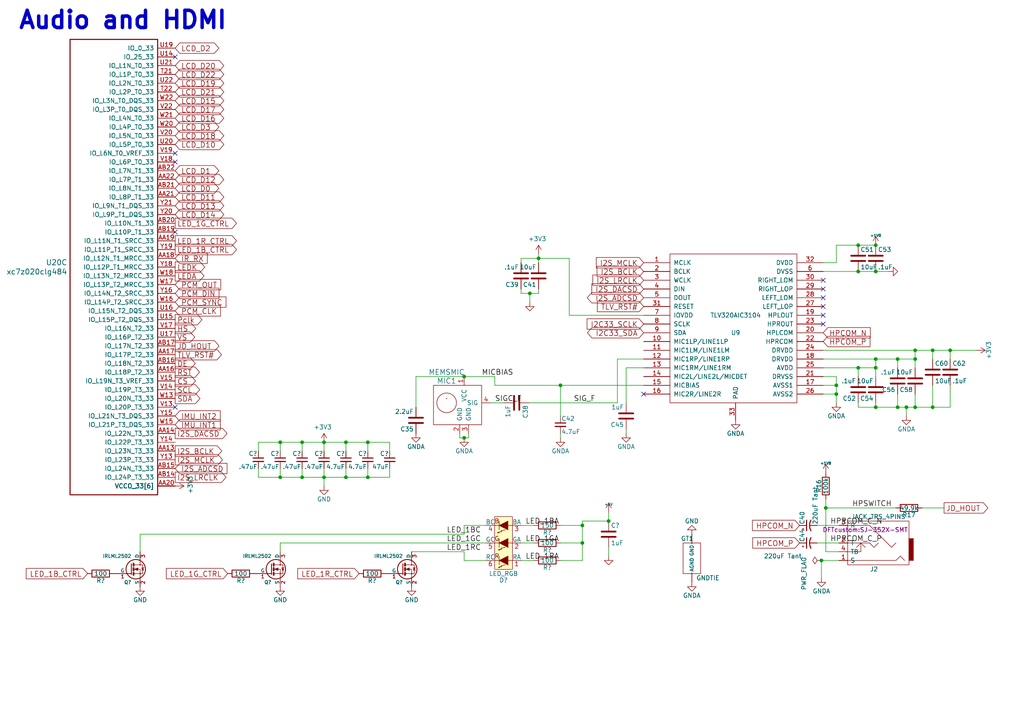
<source format=kicad_sch>
(kicad_sch (version 20230121) (generator eeschema)
  (paper "A4")
  (junction (at 100.33 128.27))
  (junction (at 242.57 114.3))
  (junction (at 87.63 128.27))
  (junction (at 134.62 127))
  (junction (at 239.522 147.32))
  (junction (at 248.92 106.68))
  (junction (at 156.21 74.93))
  (junction (at 81.28 138.43))
  (junction (at 176.53 151.13))
  (junction (at 254 106.68))
  (junction (at 270.51 118.11))
  (junction (at 81.28 128.27))
  (junction (at 106.68 138.43))
  (junction (at 265.43 101.6))
  (junction (at 254 104.14))
  (junction (at 93.98 138.43))
  (junction (at 134.62 109.22))
  (junction (at 93.98 128.27))
  (junction (at 87.63 138.43))
  (junction (at 168.91 152.4))
  (junction (at 106.68 128.27))
  (junction (at 100.33 138.43))
  (junction (at 260.35 118.11))
  (junction (at 260.35 104.14))
  (junction (at 248.92 78.74))
  (junction (at 262.89 118.11))
  (junction (at 153.67 85.09))
  (junction (at 275.59 101.6))
  (junction (at 254 118.11))
  (junction (at 248.92 71.12))
  (junction (at 270.51 101.6))
  (junction (at 168.91 157.48))
  (junction (at 265.43 118.11))
  (junction (at 254 71.12))
  (junction (at 242.57 111.76))
  (junction (at 254 78.74))
  (junction (at 162.56 111.76))
  (junction (at 238.252 162.56))
  (junction (at 265.43 104.14))
  (no_connect (at 238.76 86.36))
  (no_connect (at 50.8 118.11))
  (no_connect (at 238.76 93.98))
  (no_connect (at 50.8 44.45))
  (no_connect (at 238.76 83.82))
  (no_connect (at 186.69 114.3))
  (no_connect (at 238.76 91.44))
  (no_connect (at 50.8 67.31))
  (no_connect (at 50.8 46.99))
  (no_connect (at 50.8 16.51))
  (no_connect (at 238.76 81.28))
  (no_connect (at 238.76 88.9))
  (wire (pts (xy 113.03 130.81) (xy 113.03 128.27)))
  (wire (pts (xy 120.65 109.22) (xy 120.65 118.11)))
  (wire (pts (xy 243.332 157.48) (xy 236.982 157.48)))
  (wire (pts (xy 156.21 74.93) (xy 165.1 74.93)))
  (wire (pts (xy 81.28 138.43) (xy 74.93 138.43)))
  (wire (pts (xy 265.43 101.6) (xy 270.51 101.6)))
  (wire (pts (xy 162.56 125.73) (xy 162.56 127)))
  (wire (pts (xy 179.07 116.84) (xy 153.67 116.84)))
  (wire (pts (xy 238.76 111.76) (xy 242.57 111.76)))
  (wire (pts (xy 93.98 138.43) (xy 93.98 140.97)))
  (wire (pts (xy 151.13 157.48) (xy 154.94 157.48)))
  (wire (pts (xy 248.92 78.74) (xy 254 78.74)))
  (wire (pts (xy 151.13 74.93) (xy 156.21 74.93)))
  (wire (pts (xy 93.98 128.27) (xy 93.98 130.81)))
  (wire (pts (xy 248.92 71.12) (xy 254 71.12)))
  (wire (pts (xy 236.982 152.4) (xy 243.332 152.4)))
  (wire (pts (xy 93.98 138.43) (xy 87.63 138.43)))
  (wire (pts (xy 242.57 114.3) (xy 242.57 116.84)))
  (wire (pts (xy 248.92 106.68) (xy 254 106.68)))
  (wire (pts (xy 151.13 152.4) (xy 154.94 152.4)))
  (wire (pts (xy 238.76 109.22) (xy 242.57 109.22)))
  (wire (pts (xy 176.53 148.59) (xy 176.53 151.13)))
  (wire (pts (xy 134.62 109.22) (xy 120.65 109.22)))
  (wire (pts (xy 242.57 109.22) (xy 242.57 111.76)))
  (wire (pts (xy 176.53 151.13) (xy 168.91 151.13)))
  (wire (pts (xy 106.68 128.27) (xy 100.33 128.27)))
  (wire (pts (xy 113.03 138.43) (xy 106.68 138.43)))
  (wire (pts (xy 134.62 162.56) (xy 140.97 162.56)))
  (wire (pts (xy 100.33 128.27) (xy 93.98 128.27)))
  (wire (pts (xy 238.252 162.56) (xy 243.332 162.56)))
  (wire (pts (xy 239.522 147.32) (xy 259.842 147.32)))
  (wire (pts (xy 265.43 114.3) (xy 265.43 118.11)))
  (wire (pts (xy 81.28 130.81) (xy 81.28 128.27)))
  (wire (pts (xy 239.522 160.02) (xy 243.332 160.02)))
  (wire (pts (xy 238.76 104.14) (xy 254 104.14)))
  (wire (pts (xy 168.91 151.13) (xy 168.91 152.4)))
  (wire (pts (xy 239.522 147.32) (xy 239.522 160.02)))
  (wire (pts (xy 270.51 101.6) (xy 270.51 104.14)))
  (wire (pts (xy 260.35 114.3) (xy 260.35 118.11)))
  (wire (pts (xy 87.63 128.27) (xy 81.28 128.27)))
  (wire (pts (xy 151.13 85.09) (xy 153.67 85.09)))
  (wire (pts (xy 106.68 128.27) (xy 106.68 130.81)))
  (wire (pts (xy 176.53 158.75) (xy 176.53 161.29)))
  (wire (pts (xy 106.68 138.43) (xy 100.33 138.43)))
  (wire (pts (xy 142.24 116.84) (xy 146.05 116.84)))
  (wire (pts (xy 87.63 138.43) (xy 81.28 138.43)))
  (wire (pts (xy 81.28 128.27) (xy 74.93 128.27)))
  (wire (pts (xy 265.43 118.11) (xy 270.51 118.11)))
  (wire (pts (xy 165.1 91.44) (xy 165.1 74.93)))
  (wire (pts (xy 270.51 101.6) (xy 275.59 101.6)))
  (wire (pts (xy 248.92 118.11) (xy 254 118.11)))
  (wire (pts (xy 93.98 128.27) (xy 87.63 128.27)))
  (wire (pts (xy 162.56 111.76) (xy 186.69 111.76)))
  (wire (pts (xy 153.67 85.09) (xy 156.21 85.09)))
  (wire (pts (xy 143.51 109.22) (xy 134.62 109.22)))
  (wire (pts (xy 260.35 104.14) (xy 265.43 104.14)))
  (wire (pts (xy 181.61 124.46) (xy 181.61 125.73)))
  (wire (pts (xy 74.93 128.27) (xy 74.93 130.81)))
  (wire (pts (xy 168.91 162.56) (xy 162.56 162.56)))
  (wire (pts (xy 242.57 76.2) (xy 242.57 71.12)))
  (wire (pts (xy 239.522 144.78) (xy 239.522 147.32)))
  (wire (pts (xy 238.76 101.6) (xy 265.43 101.6)))
  (wire (pts (xy 134.62 160.02) (xy 119.38 160.02)))
  (wire (pts (xy 81.28 160.02) (xy 81.28 157.48)))
  (wire (pts (xy 168.91 152.4) (xy 168.91 157.48)))
  (wire (pts (xy 74.93 138.43) (xy 74.93 135.89)))
  (wire (pts (xy 143.51 111.76) (xy 162.56 111.76)))
  (wire (pts (xy 156.21 85.09) (xy 156.21 83.82)))
  (wire (pts (xy 242.57 71.12) (xy 248.92 71.12)))
  (wire (pts (xy 181.61 106.68) (xy 181.61 116.84)))
  (wire (pts (xy 100.33 138.43) (xy 93.98 138.43)))
  (wire (pts (xy 134.62 152.4) (xy 140.97 152.4)))
  (wire (pts (xy 267.462 147.32) (xy 273.812 147.32)))
  (wire (pts (xy 248.92 106.68) (xy 248.92 109.22)))
  (wire (pts (xy 262.89 118.11) (xy 262.89 120.65)))
  (wire (pts (xy 156.21 73.66) (xy 156.21 74.93)))
  (wire (pts (xy 254 104.14) (xy 254 106.68)))
  (wire (pts (xy 270.51 118.11) (xy 275.59 118.11)))
  (wire (pts (xy 254 106.68) (xy 254 109.22)))
  (wire (pts (xy 238.76 76.2) (xy 242.57 76.2)))
  (wire (pts (xy 151.13 76.2) (xy 151.13 74.93)))
  (wire (pts (xy 238.76 78.74) (xy 248.92 78.74)))
  (wire (pts (xy 242.57 111.76) (xy 242.57 114.3)))
  (wire (pts (xy 151.13 162.56) (xy 154.94 162.56)))
  (wire (pts (xy 134.62 127) (xy 135.89 127)))
  (wire (pts (xy 40.64 154.94) (xy 134.62 154.94)))
  (wire (pts (xy 153.67 87.63) (xy 153.67 85.09)))
  (wire (pts (xy 168.91 157.48) (xy 168.91 162.56)))
  (wire (pts (xy 254 118.11) (xy 260.35 118.11)))
  (wire (pts (xy 275.59 118.11) (xy 275.59 111.76)))
  (wire (pts (xy 162.56 157.48) (xy 168.91 157.48)))
  (wire (pts (xy 87.63 135.89) (xy 87.63 138.43)))
  (wire (pts (xy 238.76 114.3) (xy 242.57 114.3)))
  (wire (pts (xy 179.07 104.14) (xy 186.69 104.14)))
  (wire (pts (xy 134.62 162.56) (xy 134.62 160.02)))
  (wire (pts (xy 238.76 106.68) (xy 248.92 106.68)))
  (wire (pts (xy 162.56 111.76) (xy 162.56 120.65)))
  (wire (pts (xy 260.35 118.11) (xy 262.89 118.11)))
  (wire (pts (xy 254 104.14) (xy 260.35 104.14)))
  (wire (pts (xy 265.43 104.14) (xy 265.43 106.68)))
  (wire (pts (xy 254 118.11) (xy 254 116.84)))
  (wire (pts (xy 113.03 138.43) (xy 113.03 135.89)))
  (wire (pts (xy 179.07 104.14) (xy 179.07 116.84)))
  (wire (pts (xy 100.33 135.89) (xy 100.33 138.43)))
  (wire (pts (xy 106.68 135.89) (xy 106.68 138.43)))
  (wire (pts (xy 162.56 152.4) (xy 168.91 152.4)))
  (wire (pts (xy 254 78.74) (xy 257.81 78.74)))
  (wire (pts (xy 156.21 74.93) (xy 156.21 76.2)))
  (wire (pts (xy 248.92 118.11) (xy 248.92 116.84)))
  (wire (pts (xy 260.35 104.14) (xy 260.35 106.68)))
  (wire (pts (xy 275.59 101.6) (xy 283.21 101.6)))
  (wire (pts (xy 265.43 101.6) (xy 265.43 104.14)))
  (wire (pts (xy 113.03 128.27) (xy 106.68 128.27)))
  (wire (pts (xy 81.28 135.89) (xy 81.28 138.43)))
  (wire (pts (xy 135.89 127) (xy 135.89 125.73)))
  (wire (pts (xy 133.35 127) (xy 134.62 127)))
  (wire (pts (xy 133.35 125.73) (xy 133.35 127)))
  (wire (pts (xy 270.51 111.76) (xy 270.51 118.11)))
  (wire (pts (xy 87.63 128.27) (xy 87.63 130.81)))
  (wire (pts (xy 262.89 118.11) (xy 265.43 118.11)))
  (wire (pts (xy 40.64 154.94) (xy 40.64 160.02)))
  (wire (pts (xy 81.28 157.48) (xy 140.97 157.48)))
  (wire (pts (xy 151.13 83.82) (xy 151.13 85.09)))
  (wire (pts (xy 100.33 128.27) (xy 100.33 130.81)))
  (wire (pts (xy 186.69 91.44) (xy 165.1 91.44)))
  (wire (pts (xy 93.98 135.89) (xy 93.98 138.43)))
  (wire (pts (xy 186.69 106.68) (xy 181.61 106.68)))
  (wire (pts (xy 134.62 154.94) (xy 134.62 152.4)))
  (wire (pts (xy 238.252 162.56) (xy 238.252 167.64)))
  (wire (pts (xy 275.59 101.6) (xy 275.59 104.14)))
  (wire (pts (xy 143.51 111.76) (xy 143.51 109.22)))
  (text "Audio and HDMI" (at 5.08 8.89 0) (effects (font (size 5.0038 5.0038) (thickness 1.0008) bold) (justify left bottom)))
  (label "MICBIAS" (at 139.7 109.22 0) (effects (font (size 1.524 1.524))))
  (label "HPSWITCH" (at 247.142 147.32 0) (effects (font (size 1.524 1.524))))
  (label "LED_1RC" (at 129.54 160.02 0) (effects (font (size 1.524 1.524))))
  (label "LED_1RA" (at 152.4 162.56 0) (effects (font (size 1.524 1.524))))
  (label "LED_1BC" (at 129.54 154.94 0) (effects (font (size 1.524 1.524))))
  (label "HPRCOM_C_N" (at 240.792 152.4 0) (effects (font (size 1.524 1.524))))
  (label "SIG_F" (at 166.37 116.84 0) (effects (font (size 1.524 1.524))))
  (label "LED_1BA" (at 152.4 152.4 0) (effects (font (size 1.524 1.524))))
  (label "LED_1GA" (at 152.4 157.48 0) (effects (font (size 1.524 1.524))))
  (label "LED_1GC" (at 129.54 157.48 0) (effects (font (size 1.524 1.524))))
  (label "HPRCOM_C_P" (at 240.792 157.48 0) (effects (font (size 1.524 1.524))))
  (label "SIGC_F" (at 143.51 116.84 0) (effects (font (size 1.524 1.524))))
  (global_label "TLV_RST#" (shape output) (at 50.8 102.87 0) (effects (font (size 1.524 1.524))) (property "Intersheetrefs" "${INTERSHEET_REFS}" (effects hide)))
  (global_label "RST" (shape output) (at 50.8 107.95 0) (effects (font (size 1.524 1.524))) (property "Intersheetrefs" "${INTERSHEET_REFS}" (effects hide)))
  (global_label "I2S_DACSD" (shape output) (at 50.8 125.73 0) (effects (font (size 1.524 1.524))) (property "Intersheetrefs" "${INTERSHEET_REFS}" (effects hide)))
  (global_label "LEDA" (shape output) (at 50.8 80.01 0) (effects (font (size 1.524 1.524))) (property "Intersheetrefs" "${INTERSHEET_REFS}" (effects hide)))
  (global_label "Pclk" (shape output) (at 50.8 92.71 0) (effects (font (size 1.524 1.524))) (property "Intersheetrefs" "${INTERSHEET_REFS}" (effects hide)))
  (global_label "LCD_D13" (shape bidirectional) (at 50.8 59.69 0) (effects (font (size 1.524 1.524))) (property "Intersheetrefs" "${INTERSHEET_REFS}" (effects hide)))
  (global_label "HPCOM_P" (shape input) (at 231.902 157.48 180) (effects (font (size 1.524 1.524))) (property "Intersheetrefs" "${INTERSHEET_REFS}" (effects hide)))
  (global_label "LCD_D0" (shape bidirectional) (at 50.8 54.61 0) (effects (font (size 1.524 1.524))) (property "Intersheetrefs" "${INTERSHEET_REFS}" (effects hide)))
  (global_label "LCD_D20" (shape bidirectional) (at 50.8 19.05 0) (effects (font (size 1.524 1.524))) (property "Intersheetrefs" "${INTERSHEET_REFS}" (effects hide)))
  (global_label "LCD_D19" (shape bidirectional) (at 50.8 24.13 0) (effects (font (size 1.524 1.524))) (property "Intersheetrefs" "${INTERSHEET_REFS}" (effects hide)))
  (global_label "SDA" (shape output) (at 50.8 115.57 0) (effects (font (size 1.524 1.524))) (property "Intersheetrefs" "${INTERSHEET_REFS}" (effects hide)))
  (global_label "I2S_LRCLK" (shape input) (at 186.69 81.28 180) (effects (font (size 1.524 1.524))) (property "Intersheetrefs" "${INTERSHEET_REFS}" (effects hide)))
  (global_label "IR_RX" (shape input) (at 50.8 74.93 0) (effects (font (size 1.524 1.524))) (property "Intersheetrefs" "${INTERSHEET_REFS}" (effects hide)))
  (global_label "LCD_D1" (shape bidirectional) (at 50.8 49.53 0) (effects (font (size 1.524 1.524))) (property "Intersheetrefs" "${INTERSHEET_REFS}" (effects hide)))
  (global_label "LCD_D11" (shape bidirectional) (at 50.8 57.15 0) (effects (font (size 1.524 1.524))) (property "Intersheetrefs" "${INTERSHEET_REFS}" (effects hide)))
  (global_label "LED_1G_CTRL" (shape input) (at 66.04 166.37 180) (effects (font (size 1.524 1.524))) (property "Intersheetrefs" "${INTERSHEET_REFS}" (effects hide)))
  (global_label "LCD_D3" (shape bidirectional) (at 50.8 36.83 0) (effects (font (size 1.524 1.524))) (property "Intersheetrefs" "${INTERSHEET_REFS}" (effects hide)))
  (global_label "JD_HOUT" (shape output) (at 273.812 147.32 0) (effects (font (size 1.524 1.524))) (property "Intersheetrefs" "${INTERSHEET_REFS}" (effects hide)))
  (global_label "LCD_D18" (shape bidirectional) (at 50.8 39.37 0) (effects (font (size 1.524 1.524))) (property "Intersheetrefs" "${INTERSHEET_REFS}" (effects hide)))
  (global_label "I2S_BCLK" (shape output) (at 50.8 130.81 0) (effects (font (size 1.524 1.524))) (property "Intersheetrefs" "${INTERSHEET_REFS}" (effects hide)))
  (global_label "LED_1R_CTRL" (shape input) (at 104.14 166.37 180) (effects (font (size 1.524 1.524))) (property "Intersheetrefs" "${INTERSHEET_REFS}" (effects hide)))
  (global_label "JD_HOUT" (shape output) (at 50.8 100.33 0) (effects (font (size 1.524 1.524))) (property "Intersheetrefs" "${INTERSHEET_REFS}" (effects hide)))
  (global_label "TLV_RST#" (shape input) (at 186.69 88.9 180) (effects (font (size 1.524 1.524))) (property "Intersheetrefs" "${INTERSHEET_REFS}" (effects hide)))
  (global_label "HPCOM_N" (shape input) (at 231.902 152.4 180) (effects (font (size 1.524 1.524))) (property "Intersheetrefs" "${INTERSHEET_REFS}" (effects hide)))
  (global_label "I2C33_SDA" (shape bidirectional) (at 186.69 96.52 180) (effects (font (size 1.524 1.524))) (property "Intersheetrefs" "${INTERSHEET_REFS}" (effects hide)))
  (global_label "CS" (shape output) (at 50.8 110.49 0) (effects (font (size 1.524 1.524))) (property "Intersheetrefs" "${INTERSHEET_REFS}" (effects hide)))
  (global_label "LCD_D16" (shape bidirectional) (at 50.8 34.29 0) (effects (font (size 1.524 1.524))) (property "Intersheetrefs" "${INTERSHEET_REFS}" (effects hide)))
  (global_label "HPCOM_P" (shape input) (at 238.76 99.06 0) (effects (font (size 1.524 1.524))) (property "Intersheetrefs" "${INTERSHEET_REFS}" (effects hide)))
  (global_label "LCD_D12" (shape bidirectional) (at 50.8 52.07 0) (effects (font (size 1.524 1.524))) (property "Intersheetrefs" "${INTERSHEET_REFS}" (effects hide)))
  (global_label "LCD_D14" (shape bidirectional) (at 50.8 62.23 0) (effects (font (size 1.524 1.524))) (property "Intersheetrefs" "${INTERSHEET_REFS}" (effects hide)))
  (global_label "LCD_D10" (shape bidirectional) (at 50.8 41.91 0) (effects (font (size 1.524 1.524))) (property "Intersheetrefs" "${INTERSHEET_REFS}" (effects hide)))
  (global_label "LCD_D2" (shape bidirectional) (at 50.8 13.97 0) (effects (font (size 1.524 1.524))) (property "Intersheetrefs" "${INTERSHEET_REFS}" (effects hide)))
  (global_label "PCM_SYNC" (shape input) (at 50.8 87.63 0) (effects (font (size 1.524 1.524))) (property "Intersheetrefs" "${INTERSHEET_REFS}" (effects hide)))
  (global_label "PCM_DIN" (shape input) (at 50.8 85.09 0) (effects (font (size 1.524 1.524))) (property "Intersheetrefs" "${INTERSHEET_REFS}" (effects hide)))
  (global_label "PCM_CLK" (shape input) (at 50.8 90.17 0) (effects (font (size 1.524 1.524))) (property "Intersheetrefs" "${INTERSHEET_REFS}" (effects hide)))
  (global_label "LED_1G_CTRL" (shape output) (at 50.8 64.77 0) (effects (font (size 1.524 1.524))) (property "Intersheetrefs" "${INTERSHEET_REFS}" (effects hide)))
  (global_label "LED_1R_CTRL" (shape output) (at 50.8 69.85 0) (effects (font (size 1.524 1.524))) (property "Intersheetrefs" "${INTERSHEET_REFS}" (effects hide)))
  (global_label "I2S_DACSD" (shape input) (at 186.69 83.82 180) (effects (font (size 1.524 1.524))) (property "Intersheetrefs" "${INTERSHEET_REFS}" (effects hide)))
  (global_label "PCM_OUT" (shape input) (at 50.8 82.55 0) (effects (font (size 1.524 1.524))) (property "Intersheetrefs" "${INTERSHEET_REFS}" (effects hide)))
  (global_label "LED_1B_CTRL" (shape output) (at 50.8 72.39 0) (effects (font (size 1.524 1.524))) (property "Intersheetrefs" "${INTERSHEET_REFS}" (effects hide)))
  (global_label "HS" (shape output) (at 50.8 95.25 0) (effects (font (size 1.524 1.524))) (property "Intersheetrefs" "${INTERSHEET_REFS}" (effects hide)))
  (global_label "I2S_MCLK" (shape output) (at 50.8 133.35 0) (effects (font (size 1.524 1.524))) (property "Intersheetrefs" "${INTERSHEET_REFS}" (effects hide)))
  (global_label "IMU_INT2" (shape input) (at 50.8 120.65 0) (effects (font (size 1.524 1.524))) (property "Intersheetrefs" "${INTERSHEET_REFS}" (effects hide)))
  (global_label "HPCOM_N" (shape input) (at 238.76 96.52 0) (effects (font (size 1.524 1.524))) (property "Intersheetrefs" "${INTERSHEET_REFS}" (effects hide)))
  (global_label "LCD_D21" (shape bidirectional) (at 50.8 26.67 0) (effects (font (size 1.524 1.524))) (property "Intersheetrefs" "${INTERSHEET_REFS}" (effects hide)))
  (global_label "I2S_ADCSD" (shape input) (at 50.8 135.89 0) (effects (font (size 1.524 1.524))) (property "Intersheetrefs" "${INTERSHEET_REFS}" (effects hide)))
  (global_label "LCD_D17" (shape bidirectional) (at 50.8 31.75 0) (effects (font (size 1.524 1.524))) (property "Intersheetrefs" "${INTERSHEET_REFS}" (effects hide)))
  (global_label "I2S_ADCSD" (shape bidirectional) (at 186.69 86.36 180) (effects (font (size 1.524 1.524))) (property "Intersheetrefs" "${INTERSHEET_REFS}" (effects hide)))
  (global_label "LCD_D15" (shape bidirectional) (at 50.8 29.21 0) (effects (font (size 1.524 1.524))) (property "Intersheetrefs" "${INTERSHEET_REFS}" (effects hide)))
  (global_label "I2S_MCLK" (shape input) (at 186.69 76.2 180) (effects (font (size 1.524 1.524))) (property "Intersheetrefs" "${INTERSHEET_REFS}" (effects hide)))
  (global_label "I2S_LRCLK" (shape output) (at 50.8 138.43 0) (effects (font (size 1.524 1.524))) (property "Intersheetrefs" "${INTERSHEET_REFS}" (effects hide)))
  (global_label "VS" (shape output) (at 50.8 97.79 0) (effects (font (size 1.524 1.524))) (property "Intersheetrefs" "${INTERSHEET_REFS}" (effects hide)))
  (global_label "LCD_D22" (shape bidirectional) (at 50.8 21.59 0) (effects (font (size 1.524 1.524))) (property "Intersheetrefs" "${INTERSHEET_REFS}" (effects hide)))
  (global_label "I2C33_SCLK" (shape input) (at 186.69 93.98 180) (effects (font (size 1.524 1.524))) (property "Intersheetrefs" "${INTERSHEET_REFS}" (effects hide)))
  (global_label "LED_1B_CTRL" (shape input) (at 25.4 166.37 180) (effects (font (size 1.524 1.524))) (property "Intersheetrefs" "${INTERSHEET_REFS}" (effects hide)))
  (global_label "DE" (shape output) (at 50.8 105.41 0) (effects (font (size 1.524 1.524))) (property "Intersheetrefs" "${INTERSHEET_REFS}" (effects hide)))
  (global_label "LEDK" (shape output) (at 50.8 77.47 0) (effects (font (size 1.524 1.524))) (property "Intersheetrefs" "${INTERSHEET_REFS}" (effects hide)))
  (global_label "I2S_BCLK" (shape input) (at 186.69 78.74 180) (effects (font (size 1.524 1.524))) (property "Intersheetrefs" "${INTERSHEET_REFS}" (effects hide)))
  (global_label "IMU_INT1" (shape input) (at 50.8 123.19 0) (effects (font (size 1.524 1.524))) (property "Intersheetrefs" "${INTERSHEET_REFS}" (effects hide)))
  (global_label "SCL" (shape output) (at 50.8 113.03 0) (effects (font (size 1.524 1.524))) (property "Intersheetrefs" "${INTERSHEET_REFS}" (effects hide)))
  (symbol (lib_id "DFTBoard-rescue:MEMSMIC") (at 129.54 115.57 0) (unit 1)
    (property "Reference" "MIC1" (at 129.54 110.49 0) (effects (font (size 1.524 1.524))))
    (property "Value" "MEMSMIC" (at 129.54 107.95 0) (effects (font (size 1.524 1.524))))
    (property "Footprint" "SPW2430HR5H-B:MIC_SPW2430HR5H-B" (effects hide))
    (property "MFR" "Knowles" (effects hide))
    (property "MPN" "SPW2430HR5H-B" (effects hide))
    (property "SPR" "Digikey" (effects hide))
    (property "SPN" "423-1394-1-ND" (effects hide))
  )
  (symbol (lib_id "Device:C") (at 151.13 80.01 180) (unit 1)
    (property "Reference" "C39" (at 150.495 82.55 0) (effects (justify left)))
    (property "Value" ".1uF" (at 150.495 77.47 0) (effects (justify left)))
    (property "Footprint" "Capacitor_SMD:C_0402_1005Metric" (effects hide))
    (property "MFR" "Yageo" (effects hide))
    (property "MPN" "CC0402KRX7R6BB104" (effects hide))
    (property "SPR" "Digikey" (effects hide))
    (property "SPN" "311-1345-1-ND" (effects hide))
  )
  (symbol (lib_id "Device:C") (at 156.21 80.01 180) (unit 1)
    (property "Reference" "C41" (at 155.575 82.55 0) (effects (justify left)))
    (property "Value" "10uF" (at 155.575 77.47 0) (effects (justify left)))
    (property "Footprint" "Capacitor_SMD:C_0603_1608Metric" (effects hide))
    (property "MFR" "Murata" (effects hide))
    (property "MPN" "GRM188R61A106KE69J" (effects hide))
    (property "SPR" "Digikey" (effects hide))
    (property "SPN" "490-14372-1-ND" (effects hide))
  )
  (symbol (lib_id "power:GND") (at 153.67 87.63 0) (unit 1)
    (property "Reference" "#PWR071" (effects hide))
    (property "Value" "GND" (effects hide))
  )
  (symbol (lib_id "Device:C") (at 248.92 113.03 180) (unit 1)
    (property "Reference" "C52" (at 248.285 115.57 0) (effects (justify left)))
    (property "Value" ".1uF" (at 248.285 110.49 0) (effects (justify left)))
    (property "Footprint" "Capacitor_SMD:C_0402_1005Metric" (effects hide))
    (property "MFR" "Yageo" (effects hide))
    (property "MPN" "CC0402KRX7R6BB104" (effects hide))
    (property "SPR" "Digikey" (effects hide))
    (property "SPN" "311-1345-1-ND" (effects hide))
  )
  (symbol (lib_id "Device:C") (at 260.35 110.49 180) (unit 1)
    (property "Reference" "C56" (at 259.715 113.03 0) (effects (justify left)))
    (property "Value" ".1uF" (at 259.715 107.95 0) (effects (justify left)))
    (property "Footprint" "Capacitor_SMD:C_0402_1005Metric" (effects hide))
    (property "MFR" "Yageo" (effects hide))
    (property "MPN" "CC0402KRX7R6BB104" (effects hide))
    (property "SPR" "Digikey" (effects hide))
    (property "SPN" "311-1345-1-ND" (effects hide))
  )
  (symbol (lib_id "power:GNDA") (at 242.57 116.84 0) (unit 1)
    (property "Reference" "#PWR086" (effects hide))
    (property "Value" "GNDA" (at 242.57 120.65 0))
  )
  (symbol (lib_id "Device:C") (at 254 113.03 180) (unit 1)
    (property "Reference" "C54" (at 253.365 115.57 0) (effects (justify left)))
    (property "Value" "10uF" (at 253.365 110.49 0) (effects (justify left)))
    (property "Footprint" "Capacitor_SMD:C_0603_1608Metric" (effects hide))
    (property "MFR" "Murata" (effects hide))
    (property "MPN" "GRM188R61A106KE69J" (effects hide))
    (property "SPR" "Digikey" (effects hide))
    (property "SPN" "490-14372-1-ND" (effects hide))
  )
  (symbol (lib_id "Device:C") (at 265.43 110.49 180) (unit 1)
    (property "Reference" "C58" (at 264.795 113.03 0) (effects (justify left)))
    (property "Value" "10uF" (at 264.795 107.95 0) (effects (justify left)))
    (property "Footprint" "Capacitor_SMD:C_0603_1608Metric" (effects hide))
    (property "MFR" "Murata" (effects hide))
    (property "MPN" "GRM188R61A106KE69J" (effects hide))
    (property "SPR" "Digikey" (effects hide))
    (property "SPN" "490-14372-1-ND" (effects hide))
  )
  (symbol (lib_id "Device:C") (at 254 74.93 0) (unit 1)
    (property "Reference" "C53" (at 254.635 72.39 0) (effects (justify left)))
    (property "Value" ".1uF" (at 254.635 77.47 0) (effects (justify left)))
    (property "Footprint" "Capacitor_SMD:C_0402_1005Metric" (effects hide))
    (property "MFR" "Yageo" (effects hide))
    (property "MPN" "CC0402KRX7R6BB104" (effects hide))
    (property "SPR" "Digikey" (effects hide))
    (property "SPN" "311-1345-1-ND" (effects hide))
  )
  (symbol (lib_id "Device:C") (at 248.92 74.93 0) (unit 1)
    (property "Reference" "C51" (at 249.555 72.39 0) (effects (justify left)))
    (property "Value" "10uF" (at 249.555 77.47 0) (effects (justify left)))
    (property "Footprint" "Capacitor_SMD:C_0603_1608Metric" (effects hide))
    (property "MFR" "Murata" (effects hide))
    (property "MPN" "GRM188R61A106KE69J" (effects hide))
    (property "SPR" "Digikey" (effects hide))
    (property "SPN" "490-14372-1-ND" (effects hide))
  )
  (symbol (lib_id "power:GND") (at 257.81 78.74 90) (unit 1)
    (property "Reference" "#PWR095" (effects hide))
    (property "Value" "GND" (effects hide))
  )
  (symbol (lib_id "power:GNDA") (at 134.62 127 0) (unit 1)
    (property "Reference" "#PWR069" (effects hide))
    (property "Value" "GNDA" (at 134.62 130.81 0))
  )
  (symbol (lib_id "power:GNDA") (at 262.89 120.65 0) (unit 1)
    (property "Reference" "#PWR096" (effects hide))
    (property "Value" "GNDA" (at 262.89 124.46 0))
  )
  (symbol (lib_id "Device:C") (at 275.59 107.95 0) (unit 1)
    (property "Reference" "C62" (at 276.225 105.41 0) (effects (justify left)))
    (property "Value" ".1uF" (at 276.225 110.49 0) (effects (justify left)))
    (property "Footprint" "Capacitor_SMD:C_0402_1005Metric" (effects hide))
    (property "MFR" "Yageo" (effects hide))
    (property "MPN" "CC0402KRX7R6BB104" (effects hide))
    (property "SPR" "Digikey" (effects hide))
    (property "SPN" "311-1345-1-ND" (effects hide))
  )
  (symbol (lib_id "Device:C") (at 270.51 107.95 0) (unit 1)
    (property "Reference" "C60" (at 271.145 105.41 0) (effects (justify left)))
    (property "Value" "10uF" (at 271.145 110.49 0) (effects (justify left)))
    (property "Footprint" "Capacitor_SMD:C_0603_1608Metric" (effects hide))
    (property "MFR" "Murata" (effects hide))
    (property "MPN" "GRM188R61A106KE69J" (effects hide))
    (property "SPR" "Digikey" (effects hide))
    (property "SPN" "490-14372-1-ND" (effects hide))
  )
  (symbol (lib_id "Device:C") (at 120.65 121.92 180) (unit 1)
    (property "Reference" "C35" (at 120.015 124.46 0) (effects (justify left)))
    (property "Value" "2.2uF" (at 120.015 119.38 0) (effects (justify left)))
    (property "Footprint" "Capacitor_SMD:C_0402_1005Metric" (effects hide))
    (property "MFR" "Murata" (effects hide))
    (property "MPN" "GRM155R61A225KE95D" (effects hide))
    (property "SPR" "Digikey" (effects hide))
    (property "SPN" "490-10451-1-ND" (effects hide))
  )
  (symbol (lib_id "DFTBoard-rescue:TLV320AIC3104") (at 213.36 93.98 0) (unit 1)
    (property "Reference" "U9" (at 213.36 96.52 0))
    (property "Value" "TLV320AIC3104" (at 213.36 91.44 0))
    (property "Footprint" "Package_DFN_QFN:QFN-32-1EP_5x5mm_P0.5mm_EP3.65x3.65mm" (effects hide))
    (property "MFR" "Texas Instruments" (effects hide))
    (property "MPN" "TLV320AIC3104IRHBR" (effects hide))
    (property "SPR" "Digikey" (effects hide))
    (property "SPN" "296-26818-1-ND" (effects hide))
  )
  (symbol (lib_id "power:+1V8") (at 254 71.12 0) (unit 1)
    (property "Reference" "#PWR093" (effects hide))
    (property "Value" "+1.8V" (at 254 68.326 0) (effects (font (size 0.762 0.762))))
  )
  (symbol (lib_id "power:+3V3") (at 283.21 101.6 270) (unit 1)
    (property "Reference" "#PWR0100" (effects hide))
    (property "Value" "+3.3V" (at 286.766 101.6 0))
  )
  (symbol (lib_id "Device:C") (at 149.86 116.84 270) (unit 1)
    (property "Reference" "C38" (at 152.4 117.475 0) (effects (justify left)))
    (property "Value" "1uF" (at 147.32 117.475 0) (effects (justify left)))
    (property "Footprint" "Capacitor_SMD:C_0402_1005Metric" (effects hide))
    (property "MFR" "Yageo" (effects hide))
    (property "MPN" "CC0402KRX5R6BB105" (effects hide))
    (property "SPR" "Digikey" (effects hide))
    (property "SPN" "311-1439-1-ND" (effects hide))
  )
  (symbol (lib_id "Device:C_Small") (at 162.56 123.19 0) (unit 1)
    (property "Reference" "C42" (at 162.814 121.412 0) (effects (justify left)))
    (property "Value" "4.7uF" (at 162.814 125.222 0) (effects (justify left)))
    (property "Footprint" "Capacitor_SMD:C_0402_1005Metric" (effects hide))
    (property "MFR" "Murata" (effects hide))
    (property "MPN" "GRM155R60G475ME47D" (effects hide))
    (property "SPR" "Digikey" (effects hide))
    (property "SPN" "490-11980-1-ND" (effects hide))
  )
  (symbol (lib_id "power:GNDA") (at 162.56 127 0) (unit 1)
    (property "Reference" "#PWR073" (effects hide))
    (property "Value" "GNDA" (at 162.56 130.81 0))
  )
  (symbol (lib_id "Device:C") (at 181.61 120.65 180) (unit 1)
    (property "Reference" "C45" (at 180.975 123.19 0) (effects (justify left)))
    (property "Value" "1uF" (at 180.975 118.11 0) (effects (justify left)))
    (property "Footprint" "Capacitor_SMD:C_0402_1005Metric" (effects hide))
    (property "MFR" "Yageo" (effects hide))
    (property "MPN" "CC0402KRX5R6BB105" (effects hide))
    (property "SPR" "Digikey" (effects hide))
    (property "SPN" "311-1439-1-ND" (effects hide))
  )
  (symbol (lib_id "power:GNDA") (at 181.61 125.73 0) (unit 1)
    (property "Reference" "#PWR078" (effects hide))
    (property "Value" "GNDA" (at 181.61 129.54 0))
  )
  (symbol (lib_id "power:GND") (at 200.66 154.94 180) (unit 1)
    (property "Reference" "#PWR081" (effects hide))
    (property "Value" "GND" (at 200.66 151.13 0))
    (instances (project "DFTBoard" (path "" (reference "#PWR081") (unit 1)) (path "" (reference "#PWR?") (unit 1))))
  )
  (symbol (lib_id "power:GNDA") (at 200.66 168.91 0) (unit 1)
    (property "Reference" "#PWR082" (effects hide))
    (property "Value" "GNDA" (at 200.66 172.72 0))
    (instances (project "DFTBoard" (path "" (reference "#PWR082") (unit 1)) (path "" (reference "#PWR?") (unit 1))))
  )
  (symbol (lib_id "DFTBoard-rescue:GNDTIE-") (at 196.85 158.75 0) (unit 1)
    (property "Reference" "GT1" (at 197.485 156.21 0) (effects (justify left)))
    (property "Value" "GNDTIE" (at 201.93 167.64 0) (effects (justify left)))
    (property "Footprint" "DFTcustom:gndtie" (effects hide))
    (property "MFR" "DNS" (effects hide))
    (property "MPN" "-" (effects hide))
    (property "SPR" "-" (effects hide))
    (property "SPN" "-" (effects hide))
    (property "SPURL" "-" (effects hide))
    (instances (project "DFTBoard" (path "" (reference "GT1") (unit 1)) (path "" (reference "GT?") (unit 1))))
  )
  (symbol (lib_id "power:GNDA") (at 120.65 125.73 0) (unit 1)
    (property "Reference" "#PWR067" (effects hide))
    (property "Value" "GNDA" (at 120.65 129.54 0))
  )
  (symbol (lib_id "Device:C") (at 176.53 154.94 0) (unit 1)
    (property "Reference" "C?" (at 177.165 152.4 0) (effects (justify left)))
    (property "Value" "1uF" (at 177.165 157.48 0) (effects (justify left)))
    (property "Footprint" "Capacitor_SMD:C_0402_1005Metric" (effects hide))
    (property "MFR" "Yageo" (effects hide))
    (property "MPN" "CC0402KRX5R6BB105" (effects hide))
    (property "SPR" "Digikey" (effects hide))
    (property "SPN" "311-1439-1-ND" (effects hide))
    (instances (project "DFTBoard" (path "" (reference "C?") (unit 1)) (path "" (reference "C43") (unit 1))))
  )
  (symbol (lib_id "power:+5V") (at 176.53 148.59 0) (unit 1)
    (property "Reference" "#PWR?" (effects hide))
    (property "Value" "+5V" (at 176.53 146.304 0) (effects (font (size 0.762 0.762))))
    (instances (project "DFTBoard" (path "" (reference "#PWR?") (unit 1)) (path "" (reference "#PWR074") (unit 1))))
  )
  (symbol (lib_id "power:GND") (at 176.53 161.29 0) (unit 1)
    (property "Reference" "#PWR?" (effects hide))
    (property "Value" "GND" (effects hide))
    (instances (project "DFTBoard" (path "" (reference "#PWR?") (unit 1)) (path "" (reference "#PWR075") (unit 1))))
  )
  (symbol (lib_id "DFTBoard-rescue:IRLML2502-") (at 38.1 165.1 0) (unit 1)
    (property "Reference" "Q?" (at 38.1 168.8846 0) (effects (font (size 1.016 1.016)) (justify right)))
    (property "Value" "IRLML2502" (at 38.1 161.29 0) (effects (font (size 1.016 1.016)) (justify right)))
    (property "Footprint" "Package_TO_SOT_SMD:SOT-23" (effects hide))
    (property "MFR" "Infineon Technologies AG" (effects hide))
    (property "MPN" "IRLML2502TRPBF" (effects hide))
    (property "SPR" "Digikey" (effects hide))
    (property "SPN" "IRLML2502PBFCT-ND" (effects hide))
    (instances (project "DFTBoard" (path "" (reference "Q?") (unit 1)) (path "" (reference "Q5") (unit 1))))
  )
  (symbol (lib_id "DFTBoard-rescue:IRLML2502-") (at 78.74 165.1 0) (unit 1)
    (property "Reference" "Q?" (at 78.74 168.8846 0) (effects (font (size 1.016 1.016)) (justify right)))
    (property "Value" "IRLML2502" (at 78.74 161.29 0) (effects (font (size 1.016 1.016)) (justify right)))
    (property "Footprint" "Package_TO_SOT_SMD:SOT-23" (effects hide))
    (property "MFR" "Infineon Technologies AG" (effects hide))
    (property "MPN" "IRLML2502TRPBF" (effects hide))
    (property "SPR" "Digikey" (effects hide))
    (property "SPN" "IRLML2502PBFCT-ND" (effects hide))
    (instances (project "DFTBoard" (path "" (reference "Q?") (unit 1)) (path "" (reference "Q3") (unit 1))))
  )
  (symbol (lib_id "DFTBoard-rescue:IRLML2502-") (at 116.84 165.1 0) (unit 1)
    (property "Reference" "Q?" (at 116.84 168.8846 0) (effects (font (size 1.016 1.016)) (justify right)))
    (property "Value" "IRLML2502" (at 116.84 161.29 0) (effects (font (size 1.016 1.016)) (justify right)))
    (property "Footprint" "Package_TO_SOT_SMD:SOT-23" (effects hide))
    (property "MFR" "Infineon Technologies AG" (effects hide))
    (property "MPN" "IRLML2502TRPBF" (effects hide))
    (property "SPR" "Digikey" (effects hide))
    (property "SPN" "IRLML2502PBFCT-ND" (effects hide))
    (instances (project "DFTBoard" (path "" (reference "Q?") (unit 1)) (path "" (reference "Q1") (unit 1))))
  )
  (symbol (lib_id "power:GND") (at 40.64 170.18 0) (unit 1)
    (property "Reference" "#PWR?" (effects hide))
    (property "Value" "GND" (at 40.64 173.99 0))
    (instances (project "DFTBoard" (path "" (reference "#PWR?") (unit 1)) (path "" (reference "#PWR065") (unit 1))))
  )
  (symbol (lib_id "power:GND") (at 81.28 170.18 0) (unit 1)
    (property "Reference" "#PWR?" (effects hide))
    (property "Value" "GND" (at 81.28 173.99 0))
    (instances (project "DFTBoard" (path "" (reference "#PWR?") (unit 1)) (path "" (reference "#PWR061") (unit 1))))
  )
  (symbol (lib_id "power:GND") (at 119.38 170.18 0) (unit 1)
    (property "Reference" "#PWR?" (effects hide))
    (property "Value" "GND" (at 119.38 173.99 0))
    (instances (project "DFTBoard" (path "" (reference "#PWR?") (unit 1)) (path "" (reference "#PWR058") (unit 1))))
  )
  (symbol (lib_id "Device:R") (at 158.75 162.56 270) (unit 1)
    (property "Reference" "R?" (at 158.75 164.592 90))
    (property "Value" "100" (at 158.75 162.56 90))
    (property "Footprint" "Resistor_SMD:R_0402_1005Metric" (effects hide))
    (property "MFR" "Yageo" (effects hide))
    (property "MPN" "RC0402FR-07100RL" (effects hide))
    (property "SPR" "Digikey" (effects hide))
    (property "SPN" "311-100LRCT-ND" (effects hide))
    (instances (project "DFTBoard" (path "" (reference "R?") (unit 1)) (path "" (reference "R19") (unit 1))))
  )
  (symbol (lib_id "Device:R") (at 158.75 157.48 270) (unit 1)
    (property "Reference" "R?" (at 158.75 159.512 90))
    (property "Value" "100" (at 158.75 157.48 90))
    (property "Footprint" "Resistor_SMD:R_0402_1005Metric" (effects hide))
    (property "MFR" "Yageo" (effects hide))
    (property "MPN" "RC0402FR-07100RL" (effects hide))
    (property "SPR" "Digikey" (effects hide))
    (property "SPN" "311-100LRCT-ND" (effects hide))
    (instances (project "DFTBoard" (path "" (reference "R?") (unit 1)) (path "" (reference "R20") (unit 1))))
  )
  (symbol (lib_id "Device:R") (at 158.75 152.4 270) (unit 1)
    (property "Reference" "R?" (at 158.75 154.432 90))
    (property "Value" "150" (at 158.75 152.4 90))
    (property "Footprint" "Resistor_SMD:R_0402_1005Metric" (effects hide))
    (property "MFR" "Yageo" (effects hide))
    (property "MPN" "RC0402FR-07150RL" (effects hide))
    (property "SPR" "Digikey" (effects hide))
    (property "SPN" "311-150LRTR-ND" (effects hide))
    (instances (project "DFTBoard" (path "" (reference "R?") (unit 1)) (path "" (reference "R21") (unit 1))))
  )
  (symbol (lib_id "DFTBoard-rescue:LED_RGB-RESCUE-DFTBoard-") (at 146.05 157.48 180) (unit 1)
    (property "Reference" "D?" (at 146.05 168.275 0))
    (property "Value" "LED_RGB" (at 146.05 166.37 0))
    (property "Footprint" "DFTcustom:PLCC6-SM-RGB-LED" (effects hide))
    (property "MFR" "Cree, Inc." (effects hide))
    (property "MPN" "CLP6C-FKB-CM1Q1H1BB7R3R3" (effects hide))
    (property "SPR" "Digikey" (effects hide))
    (property "SPN" "CLP6C-FKB-CM1Q1H1BB7R3R3CT-ND" (effects hide))
    (instances (project "DFTBoard" (path "" (reference "D?") (unit 1)) (path "" (reference "D1") (unit 1))))
  )
  (symbol (lib_id "Device:R") (at 29.21 166.37 270) (unit 1)
    (property "Reference" "R?" (at 29.21 168.402 90))
    (property "Value" "100" (at 29.21 166.37 90))
    (property "Footprint" "Resistor_SMD:R_0402_1005Metric" (effects hide))
    (property "MFR" "Yageo" (effects hide))
    (property "MPN" "RC0402FR-07100RL" (effects hide))
    (property "SPR" "Digikey" (effects hide))
    (property "SPN" "311-100LRCT-ND" (effects hide))
    (instances (project "DFTBoard" (path "" (reference "R?") (unit 1)) (path "" (reference "R15") (unit 1))))
  )
  (symbol (lib_id "Device:R") (at 69.85 166.37 270) (unit 1)
    (property "Reference" "R?" (at 69.85 168.402 90))
    (property "Value" "100" (at 69.85 166.37 90))
    (property "Footprint" "Resistor_SMD:R_0402_1005Metric" (effects hide))
    (property "MFR" "Yageo" (effects hide))
    (property "MPN" "RC0402FR-07100RL" (effects hide))
    (property "SPR" "Digikey" (effects hide))
    (property "SPN" "311-100LRCT-ND" (effects hide))
    (instances (project "DFTBoard" (path "" (reference "R?") (unit 1)) (path "" (reference "R13") (unit 1))))
  )
  (symbol (lib_id "Device:R") (at 107.95 166.37 270) (unit 1)
    (property "Reference" "R?" (at 107.95 168.402 90))
    (property "Value" "100" (at 107.95 166.37 90))
    (property "Footprint" "Resistor_SMD:R_0402_1005Metric" (effects hide))
    (property "MFR" "Yageo" (effects hide))
    (property "MPN" "RC0402FR-07100RL" (effects hide))
    (property "SPR" "Digikey" (effects hide))
    (property "SPN" "311-100LRCT-ND" (effects hide))
    (instances (project "DFTBoard" (path "" (reference "R?") (unit 1)) (path "" (reference "R11") (unit 1))))
  )
  (symbol (lib_id "Device:C_Small") (at 113.03 133.35 0) (mirror y) (unit 1)
    (property "Reference" "C?" (at 112.776 131.572 0) (effects (justify left)))
    (property "Value" "47uF" (at 112.776 135.382 0) (effects (justify left)))
    (property "Footprint" "Capacitor_SMD:C_0805_2012Metric" (effects hide))
    (property "MFR" "Murata" (effects hide))
    (property "MPN" "GRM219R60J476ME44D" (effects hide))
    (property "SPR" "Digikey" (effects hide))
    (property "SPN" "490-13249-1-ND" (effects hide))
    (instances (project "DFTBoard" (path "" (reference "C?") (unit 1)) (path "" (reference "C61") (unit 1))))
  )
  (symbol (lib_id "Device:C_Small") (at 106.68 133.35 0) (mirror y) (unit 1)
    (property "Reference" "C?" (at 106.426 131.572 0) (effects (justify left)))
    (property "Value" "4.7uF" (at 106.426 135.382 0) (effects (justify left)))
    (property "Footprint" "Capacitor_SMD:C_0402_1005Metric" (effects hide))
    (property "MFR" "Murata" (effects hide))
    (property "MPN" "GRM155R60G475ME47D" (effects hide))
    (property "SPR" "Digikey" (effects hide))
    (property "SPN" "490-11980-1-ND" (effects hide))
    (instances (project "DFTBoard" (path "" (reference "C?") (unit 1)) (path "" (reference "C59") (unit 1))))
  )
  (symbol (lib_id "Device:C_Small") (at 100.33 133.35 0) (mirror y) (unit 1)
    (property "Reference" "C?" (at 100.076 131.572 0) (effects (justify left)))
    (property "Value" "4.7uF" (at 100.076 135.382 0) (effects (justify left)))
    (property "Footprint" "Capacitor_SMD:C_0402_1005Metric" (effects hide))
    (property "MFR" "Murata" (effects hide))
    (property "MPN" "GRM155R60G475ME47D" (effects hide))
    (property "SPR" "Digikey" (effects hide))
    (property "SPN" "490-11980-1-ND" (effects hide))
    (instances (project "DFTBoard" (path "" (reference "C?") (unit 1)) (path "" (reference "C57") (unit 1))))
  )
  (symbol (lib_id "Device:C_Small") (at 93.98 133.35 0) (mirror y) (unit 1)
    (property "Reference" "C?" (at 93.726 131.572 0) (effects (justify left)))
    (property "Value" ".47uF" (at 93.726 135.382 0) (effects (justify left)))
    (property "Footprint" "Capacitor_SMD:C_0402_1005Metric" (effects hide))
    (property "MFR" "Yageo" (effects hide))
    (property "MPN" "CC0402KRX5R5BB474" (effects hide))
    (property "SPR" "Digikey" (effects hide))
    (property "SPN" "311-1684-1-ND" (effects hide))
    (instances (project "DFTBoard" (path "" (reference "C?") (unit 1)) (path "" (reference "C55") (unit 1))))
  )
  (symbol (lib_id "Device:C_Small") (at 87.63 133.35 0) (mirror y) (unit 1)
    (property "Reference" "C?" (at 87.376 131.572 0) (effects (justify left)))
    (property "Value" ".47uF" (at 87.376 135.382 0) (effects (justify left)))
    (property "Footprint" "Capacitor_SMD:C_0402_1005Metric" (effects hide))
    (property "MFR" "Yageo" (effects hide))
    (property "MPN" "CC0402KRX5R5BB474" (effects hide))
    (property "SPR" "Digikey" (effects hide))
    (property "SPN" "311-1684-1-ND" (effects hide))
    (instances (project "DFTBoard" (path "" (reference "C?") (unit 1)) (path "" (reference "C50") (unit 1))))
  )
  (symbol (lib_id "Device:C_Small") (at 81.28 133.35 0) (mirror y) (unit 1)
    (property "Reference" "C?" (at 81.026 131.572 0) (effects (justify left)))
    (property "Value" ".47uF" (at 81.026 135.382 0) (effects (justify left)))
    (property "Footprint" "Capacitor_SMD:C_0402_1005Metric" (effects hide))
    (property "MFR" "Yageo" (effects hide))
    (property "MPN" "CC0402KRX5R5BB474" (effects hide))
    (property "SPR" "Digikey" (effects hide))
    (property "SPN" "311-1684-1-ND" (effects hide))
    (instances (project "DFTBoard" (path "" (reference "C?") (unit 1)) (path "" (reference "C47") (unit 1))))
  )
  (symbol (lib_id "Device:C_Small") (at 74.93 133.35 0) (mirror y) (unit 1)
    (property "Reference" "C?" (at 74.676 131.572 0) (effects (justify left)))
    (property "Value" ".47uF" (at 74.676 135.382 0) (effects (justify left)))
    (property "Footprint" "Capacitor_SMD:C_0402_1005Metric" (effects hide))
    (property "MFR" "Yageo" (effects hide))
    (property "MPN" "CC0402KRX5R5BB474" (effects hide))
    (property "SPR" "Digikey" (effects hide))
    (property "SPN" "311-1684-1-ND" (effects hide))
    (instances (project "DFTBoard" (path "" (reference "C?") (unit 1)) (path "" (reference "C46") (unit 1))))
  )
  (symbol (lib_id "power:GND") (at 93.98 140.97 0) (mirror y) (unit 1)
    (property "Reference" "#PWR?" (effects hide))
    (property "Value" "GND" (at 93.98 144.78 0))
    (instances (project "DFTBoard" (path "" (reference "#PWR?") (unit 1)) (path "" (reference "#PWR0208") (unit 1))))
  )
  (symbol (lib_id "DFTBoard-rescue:+3.3V-power") (at 93.98 128.27 0) (mirror y) (unit 1)
    (property "Reference" "#PWR0209" (effects hide))
    (property "Value" "+3.3V" (at 93.599 123.8758 0))
    (instances (project "DFTBoard" (path "" (reference "#PWR0209") (unit 1)) (path "" (reference "#PWR?") (unit 1))))
  )
  (symbol (lib_id "xilinx7:xc7z020clg484") (at 50.8 13.97 0) (mirror y) (unit 3)
    (property "Reference" "U20" (at 19.5326 76.1238 0) (effects (font (size 1.524 1.524)) (justify left)))
    (property "Value" "xc7z020clg484" (at 19.5326 78.8162 0) (effects (font (size 1.524 1.524)) (justify left)))
    (property "Footprint" "DFTcustom:BGA-484_19.0x19.0mm_Layout22x22_P0.80mm_dia0.40mm" (effects hide))
    (property "MFR" "Xilinx" (effects hide))
    (property "MPN" "XC7Z020-1CLG484C" (effects hide))
    (property "SPR" "Digikey" (effects hide))
    (property "SPN" "122-1850-ND" (effects hide))
    (property "SPURL" "-" (effects hide))
    (instances (project "DFTBoard" (path "" (reference "U20") (unit 3)) (path "" (reference "U?") (unit 3))))
  )
  (symbol (lib_id "DFTBoard-rescue:+3.3V-power") (at 156.21 73.66 0) (mirror y) (unit 1)
    (property "Reference" "#PWR031" (effects hide))
    (property "Value" "+3.3V" (at 155.829 69.2658 0))
    (instances (project "DFTBoard" (path "" (reference "#PWR031") (unit 1)) (path "" (reference "#PWR?") (unit 1))))
  )
  (symbol (lib_id "DFTBoard-rescue:+3.3V-power") (at 50.8 140.97 270) (mirror x) (unit 1)
    (property "Reference" "#PWR0210" (effects hide))
    (property "Value" "+3.3V" (at 55.1942 140.589 0))
    (instances (project "DFTBoard" (path "" (reference "#PWR0210") (unit 1)) (path "" (reference "#PWR?") (unit 1))))
  )
  (symbol (lib_id "power:GNDA") (at 213.36 121.92 0) (unit 1)
    (property "Reference" "#PWR0355" (effects hide))
    (property "Value" "GNDA" (at 213.36 125.73 0))
  )
  (symbol (lib_id "DFTBoard-rescue:PWR_FLAG") (at 238.252 162.56 90) (unit 1)
    (property "Reference" "#FLG03" (effects hide))
    (property "Value" "PWR_FLAG" (at 233.172 166.37 0))
  )
  (symbol (lib_id "DFTBoard-rescue:JACK_TRS_4PINS") (at 253.492 157.48 180) (unit 1)
    (property "Reference" "J2" (at 253.492 165.1 0))
    (property "Value" "JACK_TRS_4PINS" (at 254.762 149.86 0))
    (property "Footprint" "DFTcustom:SJ-352X-SMT" (at 250.952 153.67 0))
    (property "MFR" "CUI Inc." (effects hide))
    (property "MPN" "SJ-3524-SMT-TR" (effects hide))
    (property "SPR" "Digikey" (effects hide))
    (property "SPN" "CP-3524SJCT-ND" (effects hide))
    (instances (project "DFTBoard" (path "" (reference "J2") (unit 1))) (project "DFTBoard" (path "" (reference "J5") (unit 1))))
  )
  (symbol (lib_id "Device:R") (at 263.652 147.32 270) (unit 1)
    (property "Reference" "R17" (at 263.652 149.352 90))
    (property "Value" "49.9k" (at 263.652 147.32 90))
    (property "Footprint" "Resistor_SMD:R_0402_1005Metric" (effects hide))
    (property "MFR" "Yageo" (effects hide))
    (property "MPN" "RC0402FR-0749K9L" (effects hide))
    (property "SPR" "Digikey" (effects hide))
    (property "SPN" "311-49.9KLRCT-ND" (effects hide))
    (instances (project "DFTBoard" (path "" (reference "R17") (unit 1))) (project "DFTBoard" (path "" (reference "R31") (unit 1))))
  )
  (symbol (lib_id "DFTBoard-rescue:CP1_Small-Device") (at 234.442 152.4 90) (unit 1)
    (property "Reference" "C40" (at 232.664 152.146 0) (effects (justify left)))
    (property "Value" "220uF Tant." (at 236.474 152.146 0) (effects (justify left)))
    (property "Footprint" "Capacitor_Tantalum_SMD:CP_EIA-3528-12_Kemet-T" (effects hide))
    (property "MFR" "AVX Corporation" (effects hide))
    (property "MPN" "F930G227KBA" (effects hide))
    (property "SPR" "Digikey" (effects hide))
    (property "SPN" "478-8139-1-ND" (effects hide))
    (instances (project "DFTBoard" (path "" (reference "C40") (unit 1))) (project "DFTBoard" (path "" (reference "C48") (unit 1)) (path "" (reference "C48") (unit 1))))
  )
  (symbol (lib_id "DFTBoard-rescue:CP1_Small-Device") (at 234.442 157.48 90) (unit 1)
    (property "Reference" "C44" (at 232.664 157.226 0) (effects (justify left)))
    (property "Value" "220uF Tant." (at 233.172 161.29 90) (effects (justify left)))
    (property "Footprint" "Capacitor_Tantalum_SMD:CP_EIA-3528-12_Kemet-T" (effects hide))
    (property "MFR" "AVX Corporation" (effects hide))
    (property "MPN" "F930G227KBA" (effects hide))
    (property "SPR" "Digikey" (effects hide))
    (property "SPN" "478-8139-1-ND" (effects hide))
    (instances (project "DFTBoard" (path "" (reference "C44") (unit 1))) (project "DFTBoard" (path "" (reference "C49") (unit 1)) (path "" (reference "C49") (unit 1))))
  )
  (symbol (lib_id "Device:R") (at 239.522 140.97 180) (unit 1)
    (property "Reference" "R16" (at 237.49 140.97 90))
    (property "Value" "100k" (at 239.522 140.97 90))
    (property "Footprint" "Resistor_SMD:R_0402_1005Metric" (effects hide))
    (property "MFR" "Yageo" (effects hide))
    (property "MPN" "RC0402FR-07100KL" (effects hide))
    (property "SPR" "Digikey" (effects hide))
    (property "SPN" "311-100KLRTR-ND" (effects hide))
    (instances (project "DFTBoard" (path "" (reference "R16") (unit 1))) (project "DFTBoard" (path "" (reference "R28") (unit 1))))
  )
  (symbol (lib_id "power:GNDA") (at 238.252 167.64 0) (unit 1)
    (property "Reference" "#PWR033" (effects hide))
    (property "Value" "GNDA" (at 238.252 171.45 0))
    (instances (project "DFTBoard" (path "" (reference "#PWR033") (unit 1))) (project "DFTBoard" (path "" (reference "#PWR087") (unit 1))))
  )
  (symbol (lib_id "power:+1V8") (at 239.522 137.16 0) (unit 1)
    (property "Reference" "#PWR034" (effects hide))
    (property "Value" "+1.8V" (at 239.522 134.366 0) (effects (font (size 0.762 0.762))))
    (instances (project "DFTBoard" (path "" (reference "#PWR034") (unit 1))) (project "DFTBoard" (path "" (reference "#PWR090") (unit 1))))
  )
)
</source>
